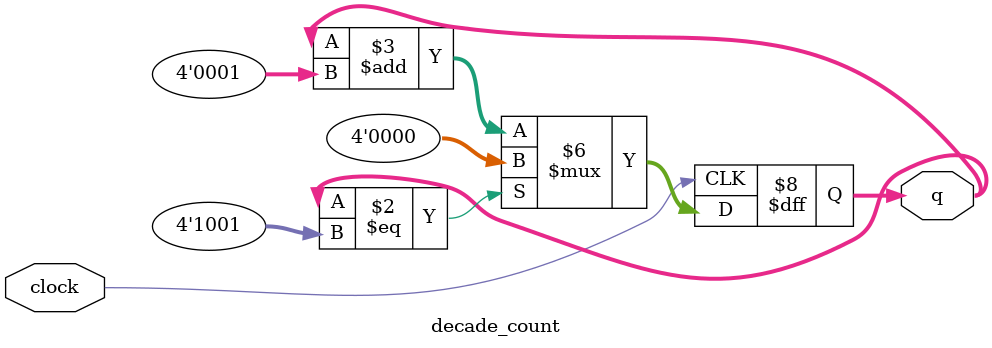
<source format=v>
module decade_count (
	input clock,
	output reg [3:0] q
);
	
	initial q = 4'b1001;

	always @ (posedge clock)
	begin
		if (q == 4'b1001)
			q <= 4'b0000;
		else
			q <= q + 4'b0001;
	end

endmodule

</source>
